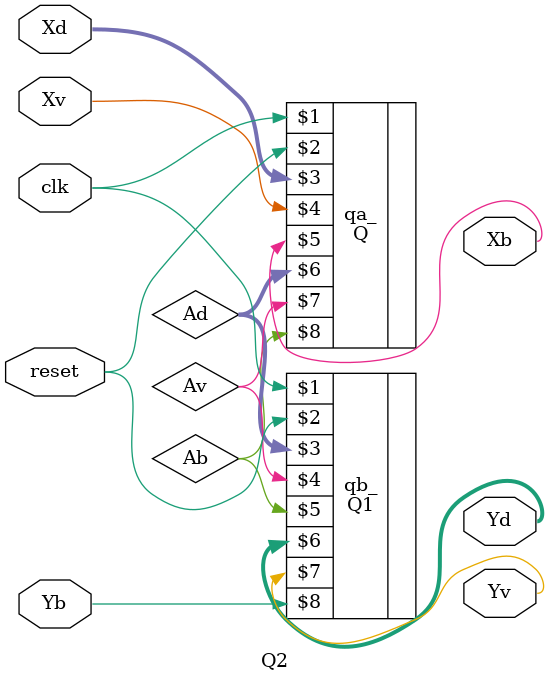
<source format=v>


module Q2 (clk,reset, Xd,Xv,Xb, Yd,Yv,Yb);

   parameter W = 8;		// - data width
   
   input  clk;
   input  reset;
   input  [W-1:0] Xd;		// - input stream X  - data
   input 	  Xv;		//                   - valid
   output 	  Xb;		//                   - backpressure
   output [W-1:0] Yd;		// - output stream Y - data
   output 	  Yv;		//                   - valid
   input 	  Yb;		//                   - backpressure

   wire   [W-1:0] Ad;		// - intermediate stream X
   wire           Av, Ab;

   Q  #(W) qa_ (clk,reset, Xd,Xv,Xb, Ad,Av,Ab);
   Q1 #(W) qb_ (clk,reset, Ad,Av,Ab, Yd,Yv,Yb);

   //  --(X)--> qa_ --(A)--> qb_ --(Y)-->

endmodule // Q2


</source>
